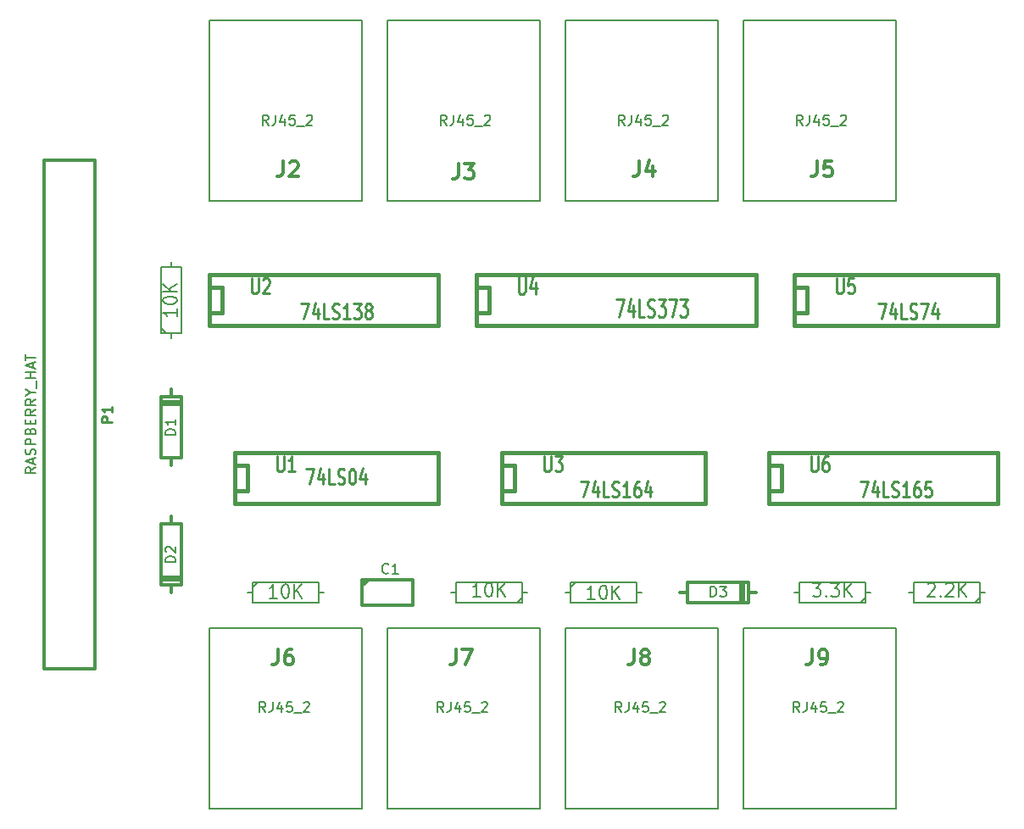
<source format=gto>
G04 (created by PCBNEW (22-Jun-2014 BZR 4027)-stable) date Paz 19 Nis 2020 21:47:35 +03*
%MOIN*%
G04 Gerber Fmt 3.4, Leading zero omitted, Abs format*
%FSLAX34Y34*%
G01*
G70*
G90*
G04 APERTURE LIST*
%ADD10C,0.00590551*%
%ADD11C,0.005*%
%ADD12C,0.008*%
%ADD13C,0.012*%
%ADD14C,0.015*%
%ADD15C,0.01*%
%ADD16C,0.0108*%
%ADD17C,0.01125*%
G04 APERTURE END LIST*
G54D10*
G54D11*
X34000Y-12600D02*
X40000Y-12600D01*
X40000Y-12600D02*
X40000Y-5500D01*
X40000Y-5500D02*
X34000Y-5500D01*
X34000Y-5500D02*
X34000Y-12600D01*
X27000Y-12600D02*
X33000Y-12600D01*
X33000Y-12600D02*
X33000Y-5500D01*
X33000Y-5500D02*
X27000Y-5500D01*
X27000Y-5500D02*
X27000Y-12600D01*
X20000Y-12600D02*
X26000Y-12600D01*
X26000Y-12600D02*
X26000Y-5500D01*
X26000Y-5500D02*
X20000Y-5500D01*
X20000Y-5500D02*
X20000Y-12600D01*
X13000Y-12600D02*
X19000Y-12600D01*
X19000Y-12600D02*
X19000Y-5500D01*
X19000Y-5500D02*
X13000Y-5500D01*
X13000Y-5500D02*
X13000Y-12600D01*
G54D12*
X11500Y-18000D02*
X11500Y-17800D01*
X11500Y-15000D02*
X11500Y-15200D01*
X11500Y-15200D02*
X11100Y-15200D01*
X11100Y-15200D02*
X11100Y-17800D01*
X11100Y-17800D02*
X11900Y-17800D01*
X11900Y-17800D02*
X11900Y-15200D01*
X11900Y-15200D02*
X11500Y-15200D01*
X11300Y-17800D02*
X11100Y-17600D01*
X39000Y-28000D02*
X38800Y-28000D01*
X36000Y-28000D02*
X36200Y-28000D01*
X36200Y-28000D02*
X36200Y-28400D01*
X36200Y-28400D02*
X38800Y-28400D01*
X38800Y-28400D02*
X38800Y-27600D01*
X38800Y-27600D02*
X36200Y-27600D01*
X36200Y-27600D02*
X36200Y-28000D01*
X38800Y-28200D02*
X38600Y-28400D01*
X43500Y-28000D02*
X43300Y-28000D01*
X40500Y-28000D02*
X40700Y-28000D01*
X40700Y-28000D02*
X40700Y-28400D01*
X40700Y-28400D02*
X43300Y-28400D01*
X43300Y-28400D02*
X43300Y-27600D01*
X43300Y-27600D02*
X40700Y-27600D01*
X40700Y-27600D02*
X40700Y-28000D01*
X43300Y-28200D02*
X43100Y-28400D01*
X27000Y-28000D02*
X27200Y-28000D01*
X30000Y-28000D02*
X29800Y-28000D01*
X29800Y-28000D02*
X29800Y-27600D01*
X29800Y-27600D02*
X27200Y-27600D01*
X27200Y-27600D02*
X27200Y-28400D01*
X27200Y-28400D02*
X29800Y-28400D01*
X29800Y-28400D02*
X29800Y-28000D01*
X27200Y-27800D02*
X27400Y-27600D01*
X14500Y-28000D02*
X14700Y-28000D01*
X17500Y-28000D02*
X17300Y-28000D01*
X17300Y-28000D02*
X17300Y-27600D01*
X17300Y-27600D02*
X14700Y-27600D01*
X14700Y-27600D02*
X14700Y-28400D01*
X14700Y-28400D02*
X17300Y-28400D01*
X17300Y-28400D02*
X17300Y-28000D01*
X14700Y-27800D02*
X14900Y-27600D01*
X25500Y-28000D02*
X25300Y-28000D01*
X22500Y-28000D02*
X22700Y-28000D01*
X22700Y-28000D02*
X22700Y-28400D01*
X22700Y-28400D02*
X25300Y-28400D01*
X25300Y-28400D02*
X25300Y-27600D01*
X25300Y-27600D02*
X22700Y-27600D01*
X22700Y-27600D02*
X22700Y-28000D01*
X25300Y-28200D02*
X25100Y-28400D01*
G54D13*
X6500Y-31000D02*
X6500Y-11000D01*
X8500Y-31000D02*
X8500Y-11000D01*
X8500Y-31000D02*
X6500Y-31000D01*
X8500Y-11000D02*
X6500Y-11000D01*
G54D14*
X23500Y-16000D02*
X24000Y-16000D01*
X24000Y-16000D02*
X24000Y-17000D01*
X24000Y-17000D02*
X23500Y-17000D01*
X23500Y-15500D02*
X34500Y-15500D01*
X34500Y-15500D02*
X34500Y-17500D01*
X34500Y-17500D02*
X23500Y-17500D01*
X23500Y-17500D02*
X23500Y-15500D01*
X35000Y-23000D02*
X35000Y-23000D01*
X35000Y-23000D02*
X35500Y-23000D01*
X35500Y-23000D02*
X35500Y-24000D01*
X35500Y-24000D02*
X35000Y-24000D01*
X35000Y-22500D02*
X44000Y-22500D01*
X44000Y-22500D02*
X44000Y-24500D01*
X44000Y-24500D02*
X35000Y-24500D01*
X35000Y-24500D02*
X35000Y-22500D01*
X13000Y-16000D02*
X13000Y-16000D01*
X13000Y-16000D02*
X13500Y-16000D01*
X13500Y-16000D02*
X13500Y-17000D01*
X13500Y-17000D02*
X13000Y-17000D01*
X13000Y-15500D02*
X22000Y-15500D01*
X22000Y-15500D02*
X22000Y-17500D01*
X22000Y-17500D02*
X13000Y-17500D01*
X13000Y-17500D02*
X13000Y-15500D01*
X36000Y-15500D02*
X44000Y-15500D01*
X44000Y-17500D02*
X36000Y-17500D01*
X36000Y-17500D02*
X36000Y-15500D01*
X36000Y-16000D02*
X36500Y-16000D01*
X36500Y-16000D02*
X36500Y-17000D01*
X36500Y-17000D02*
X36000Y-17000D01*
X44000Y-15500D02*
X44000Y-17500D01*
X24500Y-22500D02*
X32500Y-22500D01*
X32500Y-24500D02*
X24500Y-24500D01*
X24500Y-24500D02*
X24500Y-22500D01*
X24500Y-23000D02*
X25000Y-23000D01*
X25000Y-23000D02*
X25000Y-24000D01*
X25000Y-24000D02*
X24500Y-24000D01*
X32500Y-22500D02*
X32500Y-24500D01*
X14000Y-22500D02*
X22000Y-22500D01*
X22000Y-24500D02*
X14000Y-24500D01*
X14000Y-24500D02*
X14000Y-22500D01*
X14000Y-23000D02*
X14500Y-23000D01*
X14500Y-23000D02*
X14500Y-24000D01*
X14500Y-24000D02*
X14000Y-24000D01*
X22000Y-22500D02*
X22000Y-24500D01*
G54D13*
X11500Y-20000D02*
X11500Y-20300D01*
X11500Y-20300D02*
X11100Y-20300D01*
X11100Y-20300D02*
X11100Y-22700D01*
X11100Y-22700D02*
X11500Y-22700D01*
X11500Y-22700D02*
X11500Y-23000D01*
X11500Y-22700D02*
X11900Y-22700D01*
X11900Y-22700D02*
X11900Y-20300D01*
X11900Y-20300D02*
X11500Y-20300D01*
X11100Y-20500D02*
X11900Y-20500D01*
X11900Y-20600D02*
X11100Y-20600D01*
X11500Y-28000D02*
X11500Y-27700D01*
X11500Y-27700D02*
X11900Y-27700D01*
X11900Y-27700D02*
X11900Y-25300D01*
X11900Y-25300D02*
X11500Y-25300D01*
X11500Y-25300D02*
X11500Y-25000D01*
X11500Y-25300D02*
X11100Y-25300D01*
X11100Y-25300D02*
X11100Y-27700D01*
X11100Y-27700D02*
X11500Y-27700D01*
X11900Y-27500D02*
X11100Y-27500D01*
X11100Y-27400D02*
X11900Y-27400D01*
X34500Y-28000D02*
X34200Y-28000D01*
X34200Y-28000D02*
X34200Y-27600D01*
X34200Y-27600D02*
X31800Y-27600D01*
X31800Y-27600D02*
X31800Y-28000D01*
X31800Y-28000D02*
X31500Y-28000D01*
X31800Y-28000D02*
X31800Y-28400D01*
X31800Y-28400D02*
X34200Y-28400D01*
X34200Y-28400D02*
X34200Y-28000D01*
X34000Y-27600D02*
X34000Y-28400D01*
X33900Y-28400D02*
X33900Y-27600D01*
X19020Y-27500D02*
X21000Y-27500D01*
X21000Y-27500D02*
X21000Y-28500D01*
X21000Y-28500D02*
X19000Y-28500D01*
X19000Y-28500D02*
X19000Y-27500D01*
X19000Y-27750D02*
X19250Y-27500D01*
G54D11*
X40000Y-29400D02*
X34000Y-29400D01*
X34000Y-29400D02*
X34000Y-36500D01*
X34000Y-36500D02*
X40000Y-36500D01*
X40000Y-36500D02*
X40000Y-29400D01*
X33000Y-29400D02*
X27000Y-29400D01*
X27000Y-29400D02*
X27000Y-36500D01*
X27000Y-36500D02*
X33000Y-36500D01*
X33000Y-36500D02*
X33000Y-29400D01*
X26000Y-29400D02*
X20000Y-29400D01*
X20000Y-29400D02*
X20000Y-36500D01*
X20000Y-36500D02*
X26000Y-36500D01*
X26000Y-36500D02*
X26000Y-29400D01*
X19000Y-29400D02*
X13000Y-29400D01*
X13000Y-29400D02*
X13000Y-36500D01*
X13000Y-36500D02*
X19000Y-36500D01*
X19000Y-36500D02*
X19000Y-29400D01*
G54D13*
X36900Y-11042D02*
X36900Y-11471D01*
X36871Y-11557D01*
X36814Y-11614D01*
X36728Y-11642D01*
X36671Y-11642D01*
X37471Y-11042D02*
X37185Y-11042D01*
X37157Y-11328D01*
X37185Y-11300D01*
X37242Y-11271D01*
X37385Y-11271D01*
X37442Y-11300D01*
X37471Y-11328D01*
X37500Y-11385D01*
X37500Y-11528D01*
X37471Y-11585D01*
X37442Y-11614D01*
X37385Y-11642D01*
X37242Y-11642D01*
X37185Y-11614D01*
X37157Y-11585D01*
G54D12*
X36314Y-9619D02*
X36183Y-9431D01*
X36089Y-9619D02*
X36089Y-9225D01*
X36239Y-9225D01*
X36277Y-9244D01*
X36296Y-9263D01*
X36314Y-9300D01*
X36314Y-9356D01*
X36296Y-9394D01*
X36277Y-9413D01*
X36239Y-9431D01*
X36089Y-9431D01*
X36596Y-9225D02*
X36596Y-9506D01*
X36577Y-9563D01*
X36540Y-9600D01*
X36483Y-9619D01*
X36446Y-9619D01*
X36952Y-9356D02*
X36952Y-9619D01*
X36859Y-9206D02*
X36765Y-9488D01*
X37009Y-9488D01*
X37346Y-9225D02*
X37159Y-9225D01*
X37140Y-9413D01*
X37159Y-9394D01*
X37196Y-9375D01*
X37290Y-9375D01*
X37328Y-9394D01*
X37346Y-9413D01*
X37365Y-9450D01*
X37365Y-9544D01*
X37346Y-9581D01*
X37328Y-9600D01*
X37290Y-9619D01*
X37196Y-9619D01*
X37159Y-9600D01*
X37140Y-9581D01*
X37440Y-9657D02*
X37740Y-9657D01*
X37815Y-9263D02*
X37834Y-9244D01*
X37872Y-9225D01*
X37965Y-9225D01*
X38003Y-9244D01*
X38022Y-9263D01*
X38041Y-9300D01*
X38041Y-9338D01*
X38022Y-9394D01*
X37797Y-9619D01*
X38041Y-9619D01*
G54D13*
X29900Y-11042D02*
X29900Y-11471D01*
X29871Y-11557D01*
X29814Y-11614D01*
X29728Y-11642D01*
X29671Y-11642D01*
X30442Y-11242D02*
X30442Y-11642D01*
X30300Y-11014D02*
X30157Y-11442D01*
X30528Y-11442D01*
G54D12*
X29314Y-9619D02*
X29183Y-9431D01*
X29089Y-9619D02*
X29089Y-9225D01*
X29239Y-9225D01*
X29277Y-9244D01*
X29296Y-9263D01*
X29314Y-9300D01*
X29314Y-9356D01*
X29296Y-9394D01*
X29277Y-9413D01*
X29239Y-9431D01*
X29089Y-9431D01*
X29596Y-9225D02*
X29596Y-9506D01*
X29577Y-9563D01*
X29540Y-9600D01*
X29483Y-9619D01*
X29446Y-9619D01*
X29952Y-9356D02*
X29952Y-9619D01*
X29859Y-9206D02*
X29765Y-9488D01*
X30009Y-9488D01*
X30346Y-9225D02*
X30159Y-9225D01*
X30140Y-9413D01*
X30159Y-9394D01*
X30196Y-9375D01*
X30290Y-9375D01*
X30328Y-9394D01*
X30346Y-9413D01*
X30365Y-9450D01*
X30365Y-9544D01*
X30346Y-9581D01*
X30328Y-9600D01*
X30290Y-9619D01*
X30196Y-9619D01*
X30159Y-9600D01*
X30140Y-9581D01*
X30440Y-9657D02*
X30740Y-9657D01*
X30815Y-9263D02*
X30834Y-9244D01*
X30872Y-9225D01*
X30965Y-9225D01*
X31003Y-9244D01*
X31022Y-9263D01*
X31041Y-9300D01*
X31041Y-9338D01*
X31022Y-9394D01*
X30797Y-9619D01*
X31041Y-9619D01*
G54D13*
X22800Y-11142D02*
X22800Y-11571D01*
X22771Y-11657D01*
X22714Y-11714D01*
X22628Y-11742D01*
X22571Y-11742D01*
X23028Y-11142D02*
X23400Y-11142D01*
X23200Y-11371D01*
X23285Y-11371D01*
X23342Y-11400D01*
X23371Y-11428D01*
X23400Y-11485D01*
X23400Y-11628D01*
X23371Y-11685D01*
X23342Y-11714D01*
X23285Y-11742D01*
X23114Y-11742D01*
X23057Y-11714D01*
X23028Y-11685D01*
G54D12*
X22314Y-9619D02*
X22183Y-9431D01*
X22089Y-9619D02*
X22089Y-9225D01*
X22239Y-9225D01*
X22277Y-9244D01*
X22296Y-9263D01*
X22314Y-9300D01*
X22314Y-9356D01*
X22296Y-9394D01*
X22277Y-9413D01*
X22239Y-9431D01*
X22089Y-9431D01*
X22596Y-9225D02*
X22596Y-9506D01*
X22577Y-9563D01*
X22540Y-9600D01*
X22483Y-9619D01*
X22446Y-9619D01*
X22952Y-9356D02*
X22952Y-9619D01*
X22859Y-9206D02*
X22765Y-9488D01*
X23009Y-9488D01*
X23346Y-9225D02*
X23159Y-9225D01*
X23140Y-9413D01*
X23159Y-9394D01*
X23196Y-9375D01*
X23290Y-9375D01*
X23328Y-9394D01*
X23346Y-9413D01*
X23365Y-9450D01*
X23365Y-9544D01*
X23346Y-9581D01*
X23328Y-9600D01*
X23290Y-9619D01*
X23196Y-9619D01*
X23159Y-9600D01*
X23140Y-9581D01*
X23440Y-9657D02*
X23740Y-9657D01*
X23815Y-9263D02*
X23834Y-9244D01*
X23872Y-9225D01*
X23965Y-9225D01*
X24003Y-9244D01*
X24022Y-9263D01*
X24041Y-9300D01*
X24041Y-9338D01*
X24022Y-9394D01*
X23797Y-9619D01*
X24041Y-9619D01*
G54D13*
X15900Y-11042D02*
X15900Y-11471D01*
X15871Y-11557D01*
X15814Y-11614D01*
X15728Y-11642D01*
X15671Y-11642D01*
X16157Y-11100D02*
X16185Y-11071D01*
X16242Y-11042D01*
X16385Y-11042D01*
X16442Y-11071D01*
X16471Y-11100D01*
X16500Y-11157D01*
X16500Y-11214D01*
X16471Y-11300D01*
X16128Y-11642D01*
X16500Y-11642D01*
G54D12*
X15314Y-9619D02*
X15183Y-9431D01*
X15089Y-9619D02*
X15089Y-9225D01*
X15239Y-9225D01*
X15277Y-9244D01*
X15296Y-9263D01*
X15314Y-9300D01*
X15314Y-9356D01*
X15296Y-9394D01*
X15277Y-9413D01*
X15239Y-9431D01*
X15089Y-9431D01*
X15596Y-9225D02*
X15596Y-9506D01*
X15577Y-9563D01*
X15540Y-9600D01*
X15483Y-9619D01*
X15446Y-9619D01*
X15952Y-9356D02*
X15952Y-9619D01*
X15859Y-9206D02*
X15765Y-9488D01*
X16009Y-9488D01*
X16346Y-9225D02*
X16159Y-9225D01*
X16140Y-9413D01*
X16159Y-9394D01*
X16196Y-9375D01*
X16290Y-9375D01*
X16328Y-9394D01*
X16346Y-9413D01*
X16365Y-9450D01*
X16365Y-9544D01*
X16346Y-9581D01*
X16328Y-9600D01*
X16290Y-9619D01*
X16196Y-9619D01*
X16159Y-9600D01*
X16140Y-9581D01*
X16440Y-9657D02*
X16740Y-9657D01*
X16815Y-9263D02*
X16834Y-9244D01*
X16872Y-9225D01*
X16965Y-9225D01*
X17003Y-9244D01*
X17022Y-9263D01*
X17041Y-9300D01*
X17041Y-9338D01*
X17022Y-9394D01*
X16797Y-9619D01*
X17041Y-9619D01*
X11722Y-16845D02*
X11722Y-17130D01*
X11722Y-16988D02*
X11172Y-16988D01*
X11251Y-17035D01*
X11303Y-17083D01*
X11329Y-17130D01*
X11172Y-16535D02*
X11172Y-16488D01*
X11198Y-16440D01*
X11225Y-16416D01*
X11277Y-16392D01*
X11382Y-16369D01*
X11513Y-16369D01*
X11617Y-16392D01*
X11670Y-16416D01*
X11696Y-16440D01*
X11722Y-16488D01*
X11722Y-16535D01*
X11696Y-16583D01*
X11670Y-16607D01*
X11617Y-16630D01*
X11513Y-16654D01*
X11382Y-16654D01*
X11277Y-16630D01*
X11225Y-16607D01*
X11198Y-16583D01*
X11172Y-16535D01*
X11722Y-16154D02*
X11172Y-16154D01*
X11722Y-15869D02*
X11408Y-16083D01*
X11172Y-15869D02*
X11486Y-16154D01*
X36726Y-27622D02*
X37035Y-27622D01*
X36869Y-27832D01*
X36940Y-27832D01*
X36988Y-27858D01*
X37011Y-27884D01*
X37035Y-27936D01*
X37035Y-28067D01*
X37011Y-28120D01*
X36988Y-28146D01*
X36940Y-28172D01*
X36797Y-28172D01*
X36750Y-28146D01*
X36726Y-28120D01*
X37250Y-28120D02*
X37273Y-28146D01*
X37250Y-28172D01*
X37226Y-28146D01*
X37250Y-28120D01*
X37250Y-28172D01*
X37440Y-27622D02*
X37750Y-27622D01*
X37583Y-27832D01*
X37654Y-27832D01*
X37702Y-27858D01*
X37726Y-27884D01*
X37750Y-27936D01*
X37750Y-28067D01*
X37726Y-28120D01*
X37702Y-28146D01*
X37654Y-28172D01*
X37511Y-28172D01*
X37464Y-28146D01*
X37440Y-28120D01*
X37964Y-28172D02*
X37964Y-27622D01*
X38250Y-28172D02*
X38035Y-27858D01*
X38250Y-27622D02*
X37964Y-27936D01*
X41250Y-27675D02*
X41273Y-27648D01*
X41321Y-27622D01*
X41440Y-27622D01*
X41488Y-27648D01*
X41511Y-27675D01*
X41535Y-27727D01*
X41535Y-27779D01*
X41511Y-27858D01*
X41226Y-28172D01*
X41535Y-28172D01*
X41750Y-28120D02*
X41773Y-28146D01*
X41750Y-28172D01*
X41726Y-28146D01*
X41750Y-28120D01*
X41750Y-28172D01*
X41964Y-27675D02*
X41988Y-27648D01*
X42035Y-27622D01*
X42154Y-27622D01*
X42202Y-27648D01*
X42226Y-27675D01*
X42250Y-27727D01*
X42250Y-27779D01*
X42226Y-27858D01*
X41940Y-28172D01*
X42250Y-28172D01*
X42464Y-28172D02*
X42464Y-27622D01*
X42750Y-28172D02*
X42535Y-27858D01*
X42750Y-27622D02*
X42464Y-27936D01*
X28154Y-28272D02*
X27869Y-28272D01*
X28011Y-28272D02*
X28011Y-27722D01*
X27964Y-27801D01*
X27916Y-27853D01*
X27869Y-27879D01*
X28464Y-27722D02*
X28511Y-27722D01*
X28559Y-27748D01*
X28583Y-27775D01*
X28607Y-27827D01*
X28630Y-27932D01*
X28630Y-28063D01*
X28607Y-28167D01*
X28583Y-28220D01*
X28559Y-28246D01*
X28511Y-28272D01*
X28464Y-28272D01*
X28416Y-28246D01*
X28392Y-28220D01*
X28369Y-28167D01*
X28345Y-28063D01*
X28345Y-27932D01*
X28369Y-27827D01*
X28392Y-27775D01*
X28416Y-27748D01*
X28464Y-27722D01*
X28845Y-28272D02*
X28845Y-27722D01*
X29130Y-28272D02*
X28916Y-27958D01*
X29130Y-27722D02*
X28845Y-28036D01*
X15654Y-28222D02*
X15369Y-28222D01*
X15511Y-28222D02*
X15511Y-27672D01*
X15464Y-27751D01*
X15416Y-27803D01*
X15369Y-27829D01*
X15964Y-27672D02*
X16011Y-27672D01*
X16059Y-27698D01*
X16083Y-27725D01*
X16107Y-27777D01*
X16130Y-27882D01*
X16130Y-28013D01*
X16107Y-28117D01*
X16083Y-28170D01*
X16059Y-28196D01*
X16011Y-28222D01*
X15964Y-28222D01*
X15916Y-28196D01*
X15892Y-28170D01*
X15869Y-28117D01*
X15845Y-28013D01*
X15845Y-27882D01*
X15869Y-27777D01*
X15892Y-27725D01*
X15916Y-27698D01*
X15964Y-27672D01*
X16345Y-28222D02*
X16345Y-27672D01*
X16630Y-28222D02*
X16416Y-27908D01*
X16630Y-27672D02*
X16345Y-27986D01*
X23654Y-28172D02*
X23369Y-28172D01*
X23511Y-28172D02*
X23511Y-27622D01*
X23464Y-27701D01*
X23416Y-27753D01*
X23369Y-27779D01*
X23964Y-27622D02*
X24011Y-27622D01*
X24059Y-27648D01*
X24083Y-27675D01*
X24107Y-27727D01*
X24130Y-27832D01*
X24130Y-27963D01*
X24107Y-28067D01*
X24083Y-28120D01*
X24059Y-28146D01*
X24011Y-28172D01*
X23964Y-28172D01*
X23916Y-28146D01*
X23892Y-28120D01*
X23869Y-28067D01*
X23845Y-27963D01*
X23845Y-27832D01*
X23869Y-27727D01*
X23892Y-27675D01*
X23916Y-27648D01*
X23964Y-27622D01*
X24345Y-28172D02*
X24345Y-27622D01*
X24630Y-28172D02*
X24416Y-27858D01*
X24630Y-27622D02*
X24345Y-27936D01*
G54D15*
X9161Y-21295D02*
X8761Y-21295D01*
X8761Y-21142D01*
X8780Y-21104D01*
X8800Y-21085D01*
X8838Y-21066D01*
X8895Y-21066D01*
X8933Y-21085D01*
X8952Y-21104D01*
X8971Y-21142D01*
X8971Y-21295D01*
X9161Y-20685D02*
X9161Y-20914D01*
X9161Y-20799D02*
X8761Y-20799D01*
X8819Y-20838D01*
X8857Y-20876D01*
X8876Y-20914D01*
G54D16*
G54D12*
X6161Y-23076D02*
X5971Y-23209D01*
X6161Y-23304D02*
X5761Y-23304D01*
X5761Y-23152D01*
X5780Y-23114D01*
X5800Y-23095D01*
X5838Y-23076D01*
X5895Y-23076D01*
X5933Y-23095D01*
X5952Y-23114D01*
X5971Y-23152D01*
X5971Y-23304D01*
X6047Y-22923D02*
X6047Y-22733D01*
X6161Y-22961D02*
X5761Y-22828D01*
X6161Y-22695D01*
X6142Y-22580D02*
X6161Y-22523D01*
X6161Y-22428D01*
X6142Y-22390D01*
X6123Y-22371D01*
X6085Y-22352D01*
X6047Y-22352D01*
X6009Y-22371D01*
X5990Y-22390D01*
X5971Y-22428D01*
X5952Y-22504D01*
X5933Y-22542D01*
X5914Y-22561D01*
X5876Y-22580D01*
X5838Y-22580D01*
X5800Y-22561D01*
X5780Y-22542D01*
X5761Y-22504D01*
X5761Y-22409D01*
X5780Y-22352D01*
X6161Y-22180D02*
X5761Y-22180D01*
X5761Y-22028D01*
X5780Y-21990D01*
X5800Y-21971D01*
X5838Y-21952D01*
X5895Y-21952D01*
X5933Y-21971D01*
X5952Y-21990D01*
X5971Y-22028D01*
X5971Y-22180D01*
X5952Y-21647D02*
X5971Y-21590D01*
X5990Y-21571D01*
X6028Y-21552D01*
X6085Y-21552D01*
X6123Y-21571D01*
X6142Y-21590D01*
X6161Y-21628D01*
X6161Y-21780D01*
X5761Y-21780D01*
X5761Y-21647D01*
X5780Y-21609D01*
X5800Y-21590D01*
X5838Y-21571D01*
X5876Y-21571D01*
X5914Y-21590D01*
X5933Y-21609D01*
X5952Y-21647D01*
X5952Y-21780D01*
X5952Y-21380D02*
X5952Y-21247D01*
X6161Y-21190D02*
X6161Y-21380D01*
X5761Y-21380D01*
X5761Y-21190D01*
X6161Y-20790D02*
X5971Y-20923D01*
X6161Y-21019D02*
X5761Y-21019D01*
X5761Y-20866D01*
X5780Y-20828D01*
X5800Y-20809D01*
X5838Y-20790D01*
X5895Y-20790D01*
X5933Y-20809D01*
X5952Y-20828D01*
X5971Y-20866D01*
X5971Y-21019D01*
X6161Y-20390D02*
X5971Y-20523D01*
X6161Y-20619D02*
X5761Y-20619D01*
X5761Y-20466D01*
X5780Y-20428D01*
X5800Y-20409D01*
X5838Y-20390D01*
X5895Y-20390D01*
X5933Y-20409D01*
X5952Y-20428D01*
X5971Y-20466D01*
X5971Y-20619D01*
X5971Y-20142D02*
X6161Y-20142D01*
X5761Y-20276D02*
X5971Y-20142D01*
X5761Y-20009D01*
X6200Y-19971D02*
X6200Y-19666D01*
X6161Y-19571D02*
X5761Y-19571D01*
X5952Y-19571D02*
X5952Y-19342D01*
X6161Y-19342D02*
X5761Y-19342D01*
X6047Y-19171D02*
X6047Y-18980D01*
X6161Y-19209D02*
X5761Y-19076D01*
X6161Y-18942D01*
X5761Y-18866D02*
X5761Y-18638D01*
X6161Y-18752D02*
X5761Y-18752D01*
G54D17*
X25157Y-15583D02*
X25157Y-16150D01*
X25178Y-16216D01*
X25200Y-16250D01*
X25242Y-16283D01*
X25328Y-16283D01*
X25371Y-16250D01*
X25392Y-16216D01*
X25414Y-16150D01*
X25414Y-15583D01*
X25821Y-15816D02*
X25821Y-16283D01*
X25714Y-15550D02*
X25607Y-16050D01*
X25885Y-16050D01*
G54D13*
G54D17*
X28996Y-16483D02*
X29296Y-16483D01*
X29103Y-17183D01*
X29660Y-16716D02*
X29660Y-17183D01*
X29553Y-16450D02*
X29446Y-16950D01*
X29725Y-16950D01*
X30110Y-17183D02*
X29896Y-17183D01*
X29896Y-16483D01*
X30239Y-17150D02*
X30303Y-17183D01*
X30410Y-17183D01*
X30453Y-17150D01*
X30475Y-17116D01*
X30496Y-17050D01*
X30496Y-16983D01*
X30475Y-16916D01*
X30453Y-16883D01*
X30410Y-16850D01*
X30325Y-16816D01*
X30282Y-16783D01*
X30260Y-16750D01*
X30239Y-16683D01*
X30239Y-16616D01*
X30260Y-16550D01*
X30282Y-16516D01*
X30325Y-16483D01*
X30432Y-16483D01*
X30496Y-16516D01*
X30646Y-16483D02*
X30925Y-16483D01*
X30775Y-16750D01*
X30839Y-16750D01*
X30882Y-16783D01*
X30903Y-16816D01*
X30925Y-16883D01*
X30925Y-17050D01*
X30903Y-17116D01*
X30882Y-17150D01*
X30839Y-17183D01*
X30710Y-17183D01*
X30667Y-17150D01*
X30646Y-17116D01*
X31075Y-16483D02*
X31375Y-16483D01*
X31182Y-17183D01*
X31503Y-16483D02*
X31782Y-16483D01*
X31632Y-16750D01*
X31696Y-16750D01*
X31739Y-16783D01*
X31760Y-16816D01*
X31782Y-16883D01*
X31782Y-17050D01*
X31760Y-17116D01*
X31739Y-17150D01*
X31696Y-17183D01*
X31567Y-17183D01*
X31524Y-17150D01*
X31503Y-17116D01*
G54D13*
G54D17*
X36657Y-22642D02*
X36657Y-23128D01*
X36678Y-23185D01*
X36700Y-23214D01*
X36742Y-23242D01*
X36828Y-23242D01*
X36871Y-23214D01*
X36892Y-23185D01*
X36914Y-23128D01*
X36914Y-22642D01*
X37321Y-22642D02*
X37235Y-22642D01*
X37192Y-22671D01*
X37171Y-22700D01*
X37128Y-22785D01*
X37107Y-22900D01*
X37107Y-23128D01*
X37128Y-23185D01*
X37150Y-23214D01*
X37192Y-23242D01*
X37278Y-23242D01*
X37321Y-23214D01*
X37342Y-23185D01*
X37364Y-23128D01*
X37364Y-22985D01*
X37342Y-22928D01*
X37321Y-22900D01*
X37278Y-22871D01*
X37192Y-22871D01*
X37150Y-22900D01*
X37128Y-22928D01*
X37107Y-22985D01*
G54D13*
G54D17*
X38596Y-23642D02*
X38896Y-23642D01*
X38703Y-24242D01*
X39260Y-23842D02*
X39260Y-24242D01*
X39153Y-23614D02*
X39046Y-24042D01*
X39325Y-24042D01*
X39710Y-24242D02*
X39496Y-24242D01*
X39496Y-23642D01*
X39839Y-24214D02*
X39903Y-24242D01*
X40010Y-24242D01*
X40053Y-24214D01*
X40075Y-24185D01*
X40096Y-24128D01*
X40096Y-24071D01*
X40075Y-24014D01*
X40053Y-23985D01*
X40010Y-23957D01*
X39925Y-23928D01*
X39882Y-23900D01*
X39860Y-23871D01*
X39839Y-23814D01*
X39839Y-23757D01*
X39860Y-23700D01*
X39882Y-23671D01*
X39925Y-23642D01*
X40032Y-23642D01*
X40096Y-23671D01*
X40525Y-24242D02*
X40267Y-24242D01*
X40396Y-24242D02*
X40396Y-23642D01*
X40353Y-23728D01*
X40310Y-23785D01*
X40267Y-23814D01*
X40910Y-23642D02*
X40825Y-23642D01*
X40782Y-23671D01*
X40760Y-23700D01*
X40717Y-23785D01*
X40696Y-23900D01*
X40696Y-24128D01*
X40717Y-24185D01*
X40739Y-24214D01*
X40782Y-24242D01*
X40867Y-24242D01*
X40910Y-24214D01*
X40932Y-24185D01*
X40953Y-24128D01*
X40953Y-23985D01*
X40932Y-23928D01*
X40910Y-23900D01*
X40867Y-23871D01*
X40782Y-23871D01*
X40739Y-23900D01*
X40717Y-23928D01*
X40696Y-23985D01*
X41360Y-23642D02*
X41146Y-23642D01*
X41124Y-23928D01*
X41146Y-23900D01*
X41189Y-23871D01*
X41296Y-23871D01*
X41339Y-23900D01*
X41360Y-23928D01*
X41382Y-23985D01*
X41382Y-24128D01*
X41360Y-24185D01*
X41339Y-24214D01*
X41296Y-24242D01*
X41189Y-24242D01*
X41146Y-24214D01*
X41124Y-24185D01*
G54D13*
G54D17*
X14657Y-15642D02*
X14657Y-16128D01*
X14678Y-16185D01*
X14700Y-16214D01*
X14742Y-16242D01*
X14828Y-16242D01*
X14871Y-16214D01*
X14892Y-16185D01*
X14914Y-16128D01*
X14914Y-15642D01*
X15107Y-15700D02*
X15128Y-15671D01*
X15171Y-15642D01*
X15278Y-15642D01*
X15321Y-15671D01*
X15342Y-15700D01*
X15364Y-15757D01*
X15364Y-15814D01*
X15342Y-15900D01*
X15085Y-16242D01*
X15364Y-16242D01*
G54D13*
G54D17*
X16596Y-16642D02*
X16896Y-16642D01*
X16703Y-17242D01*
X17260Y-16842D02*
X17260Y-17242D01*
X17153Y-16614D02*
X17046Y-17042D01*
X17325Y-17042D01*
X17710Y-17242D02*
X17496Y-17242D01*
X17496Y-16642D01*
X17839Y-17214D02*
X17903Y-17242D01*
X18010Y-17242D01*
X18053Y-17214D01*
X18075Y-17185D01*
X18096Y-17128D01*
X18096Y-17071D01*
X18075Y-17014D01*
X18053Y-16985D01*
X18010Y-16957D01*
X17925Y-16928D01*
X17882Y-16900D01*
X17860Y-16871D01*
X17839Y-16814D01*
X17839Y-16757D01*
X17860Y-16700D01*
X17882Y-16671D01*
X17925Y-16642D01*
X18032Y-16642D01*
X18096Y-16671D01*
X18525Y-17242D02*
X18267Y-17242D01*
X18396Y-17242D02*
X18396Y-16642D01*
X18353Y-16728D01*
X18310Y-16785D01*
X18267Y-16814D01*
X18675Y-16642D02*
X18953Y-16642D01*
X18803Y-16871D01*
X18867Y-16871D01*
X18910Y-16900D01*
X18932Y-16928D01*
X18953Y-16985D01*
X18953Y-17128D01*
X18932Y-17185D01*
X18910Y-17214D01*
X18867Y-17242D01*
X18739Y-17242D01*
X18696Y-17214D01*
X18675Y-17185D01*
X19210Y-16900D02*
X19167Y-16871D01*
X19146Y-16842D01*
X19124Y-16785D01*
X19124Y-16757D01*
X19146Y-16700D01*
X19167Y-16671D01*
X19210Y-16642D01*
X19296Y-16642D01*
X19339Y-16671D01*
X19360Y-16700D01*
X19382Y-16757D01*
X19382Y-16785D01*
X19360Y-16842D01*
X19339Y-16871D01*
X19296Y-16900D01*
X19210Y-16900D01*
X19167Y-16928D01*
X19146Y-16957D01*
X19124Y-17014D01*
X19124Y-17128D01*
X19146Y-17185D01*
X19167Y-17214D01*
X19210Y-17242D01*
X19296Y-17242D01*
X19339Y-17214D01*
X19360Y-17185D01*
X19382Y-17128D01*
X19382Y-17014D01*
X19360Y-16957D01*
X19339Y-16928D01*
X19296Y-16900D01*
G54D13*
G54D17*
X37657Y-15642D02*
X37657Y-16128D01*
X37678Y-16185D01*
X37700Y-16214D01*
X37742Y-16242D01*
X37828Y-16242D01*
X37871Y-16214D01*
X37892Y-16185D01*
X37914Y-16128D01*
X37914Y-15642D01*
X38342Y-15642D02*
X38128Y-15642D01*
X38107Y-15928D01*
X38128Y-15900D01*
X38171Y-15871D01*
X38278Y-15871D01*
X38321Y-15900D01*
X38342Y-15928D01*
X38364Y-15985D01*
X38364Y-16128D01*
X38342Y-16185D01*
X38321Y-16214D01*
X38278Y-16242D01*
X38171Y-16242D01*
X38128Y-16214D01*
X38107Y-16185D01*
G54D13*
G54D17*
X39310Y-16642D02*
X39610Y-16642D01*
X39417Y-17242D01*
X39975Y-16842D02*
X39975Y-17242D01*
X39867Y-16614D02*
X39760Y-17042D01*
X40039Y-17042D01*
X40425Y-17242D02*
X40210Y-17242D01*
X40210Y-16642D01*
X40553Y-17214D02*
X40617Y-17242D01*
X40725Y-17242D01*
X40767Y-17214D01*
X40789Y-17185D01*
X40810Y-17128D01*
X40810Y-17071D01*
X40789Y-17014D01*
X40767Y-16985D01*
X40725Y-16957D01*
X40639Y-16928D01*
X40596Y-16900D01*
X40575Y-16871D01*
X40553Y-16814D01*
X40553Y-16757D01*
X40575Y-16700D01*
X40596Y-16671D01*
X40639Y-16642D01*
X40746Y-16642D01*
X40810Y-16671D01*
X40960Y-16642D02*
X41260Y-16642D01*
X41067Y-17242D01*
X41625Y-16842D02*
X41625Y-17242D01*
X41517Y-16614D02*
X41410Y-17042D01*
X41689Y-17042D01*
G54D13*
G54D17*
X26157Y-22642D02*
X26157Y-23128D01*
X26178Y-23185D01*
X26200Y-23214D01*
X26242Y-23242D01*
X26328Y-23242D01*
X26371Y-23214D01*
X26392Y-23185D01*
X26414Y-23128D01*
X26414Y-22642D01*
X26585Y-22642D02*
X26864Y-22642D01*
X26714Y-22871D01*
X26778Y-22871D01*
X26821Y-22900D01*
X26842Y-22928D01*
X26864Y-22985D01*
X26864Y-23128D01*
X26842Y-23185D01*
X26821Y-23214D01*
X26778Y-23242D01*
X26650Y-23242D01*
X26607Y-23214D01*
X26585Y-23185D01*
G54D13*
G54D17*
X27596Y-23642D02*
X27896Y-23642D01*
X27703Y-24242D01*
X28260Y-23842D02*
X28260Y-24242D01*
X28153Y-23614D02*
X28046Y-24042D01*
X28325Y-24042D01*
X28710Y-24242D02*
X28496Y-24242D01*
X28496Y-23642D01*
X28839Y-24214D02*
X28903Y-24242D01*
X29010Y-24242D01*
X29053Y-24214D01*
X29075Y-24185D01*
X29096Y-24128D01*
X29096Y-24071D01*
X29075Y-24014D01*
X29053Y-23985D01*
X29010Y-23957D01*
X28925Y-23928D01*
X28882Y-23900D01*
X28860Y-23871D01*
X28839Y-23814D01*
X28839Y-23757D01*
X28860Y-23700D01*
X28882Y-23671D01*
X28925Y-23642D01*
X29032Y-23642D01*
X29096Y-23671D01*
X29525Y-24242D02*
X29267Y-24242D01*
X29396Y-24242D02*
X29396Y-23642D01*
X29353Y-23728D01*
X29310Y-23785D01*
X29267Y-23814D01*
X29910Y-23642D02*
X29825Y-23642D01*
X29782Y-23671D01*
X29760Y-23700D01*
X29717Y-23785D01*
X29696Y-23900D01*
X29696Y-24128D01*
X29717Y-24185D01*
X29739Y-24214D01*
X29782Y-24242D01*
X29867Y-24242D01*
X29910Y-24214D01*
X29932Y-24185D01*
X29953Y-24128D01*
X29953Y-23985D01*
X29932Y-23928D01*
X29910Y-23900D01*
X29867Y-23871D01*
X29782Y-23871D01*
X29739Y-23900D01*
X29717Y-23928D01*
X29696Y-23985D01*
X30339Y-23842D02*
X30339Y-24242D01*
X30232Y-23614D02*
X30124Y-24042D01*
X30403Y-24042D01*
G54D13*
G54D17*
X15657Y-22642D02*
X15657Y-23128D01*
X15678Y-23185D01*
X15700Y-23214D01*
X15742Y-23242D01*
X15828Y-23242D01*
X15871Y-23214D01*
X15892Y-23185D01*
X15914Y-23128D01*
X15914Y-22642D01*
X16364Y-23242D02*
X16107Y-23242D01*
X16235Y-23242D02*
X16235Y-22642D01*
X16192Y-22728D01*
X16150Y-22785D01*
X16107Y-22814D01*
G54D13*
G54D17*
X16810Y-23142D02*
X17110Y-23142D01*
X16917Y-23742D01*
X17475Y-23342D02*
X17475Y-23742D01*
X17367Y-23114D02*
X17260Y-23542D01*
X17539Y-23542D01*
X17925Y-23742D02*
X17710Y-23742D01*
X17710Y-23142D01*
X18053Y-23714D02*
X18117Y-23742D01*
X18225Y-23742D01*
X18267Y-23714D01*
X18289Y-23685D01*
X18310Y-23628D01*
X18310Y-23571D01*
X18289Y-23514D01*
X18267Y-23485D01*
X18225Y-23457D01*
X18139Y-23428D01*
X18096Y-23400D01*
X18075Y-23371D01*
X18053Y-23314D01*
X18053Y-23257D01*
X18075Y-23200D01*
X18096Y-23171D01*
X18139Y-23142D01*
X18246Y-23142D01*
X18310Y-23171D01*
X18589Y-23142D02*
X18632Y-23142D01*
X18675Y-23171D01*
X18696Y-23200D01*
X18717Y-23257D01*
X18739Y-23371D01*
X18739Y-23514D01*
X18717Y-23628D01*
X18696Y-23685D01*
X18675Y-23714D01*
X18632Y-23742D01*
X18589Y-23742D01*
X18546Y-23714D01*
X18525Y-23685D01*
X18503Y-23628D01*
X18482Y-23514D01*
X18482Y-23371D01*
X18503Y-23257D01*
X18525Y-23200D01*
X18546Y-23171D01*
X18589Y-23142D01*
X19125Y-23342D02*
X19125Y-23742D01*
X19017Y-23114D02*
X18910Y-23542D01*
X19189Y-23542D01*
G54D13*
G54D12*
X11661Y-21795D02*
X11261Y-21795D01*
X11261Y-21699D01*
X11280Y-21642D01*
X11319Y-21604D01*
X11357Y-21585D01*
X11433Y-21566D01*
X11490Y-21566D01*
X11566Y-21585D01*
X11604Y-21604D01*
X11642Y-21642D01*
X11661Y-21699D01*
X11661Y-21795D01*
X11661Y-21185D02*
X11661Y-21414D01*
X11661Y-21299D02*
X11261Y-21299D01*
X11319Y-21338D01*
X11357Y-21376D01*
X11376Y-21414D01*
X11661Y-26795D02*
X11261Y-26795D01*
X11261Y-26699D01*
X11280Y-26642D01*
X11319Y-26604D01*
X11357Y-26585D01*
X11433Y-26566D01*
X11490Y-26566D01*
X11566Y-26585D01*
X11604Y-26604D01*
X11642Y-26642D01*
X11661Y-26699D01*
X11661Y-26795D01*
X11300Y-26414D02*
X11280Y-26395D01*
X11261Y-26357D01*
X11261Y-26261D01*
X11280Y-26223D01*
X11300Y-26204D01*
X11338Y-26185D01*
X11376Y-26185D01*
X11433Y-26204D01*
X11661Y-26433D01*
X11661Y-26185D01*
X32704Y-28161D02*
X32704Y-27761D01*
X32800Y-27761D01*
X32857Y-27780D01*
X32895Y-27819D01*
X32914Y-27857D01*
X32933Y-27933D01*
X32933Y-27990D01*
X32914Y-28066D01*
X32895Y-28104D01*
X32857Y-28142D01*
X32800Y-28161D01*
X32704Y-28161D01*
X33066Y-27761D02*
X33314Y-27761D01*
X33180Y-27914D01*
X33238Y-27914D01*
X33276Y-27933D01*
X33295Y-27952D01*
X33314Y-27990D01*
X33314Y-28085D01*
X33295Y-28123D01*
X33276Y-28142D01*
X33238Y-28161D01*
X33123Y-28161D01*
X33085Y-28142D01*
X33066Y-28123D01*
X20033Y-27223D02*
X20014Y-27242D01*
X19957Y-27261D01*
X19919Y-27261D01*
X19861Y-27242D01*
X19823Y-27204D01*
X19804Y-27166D01*
X19785Y-27090D01*
X19785Y-27033D01*
X19804Y-26957D01*
X19823Y-26919D01*
X19861Y-26880D01*
X19919Y-26861D01*
X19957Y-26861D01*
X20014Y-26880D01*
X20033Y-26900D01*
X20414Y-27261D02*
X20185Y-27261D01*
X20300Y-27261D02*
X20300Y-26861D01*
X20261Y-26919D01*
X20223Y-26957D01*
X20185Y-26976D01*
G54D13*
X36700Y-30242D02*
X36700Y-30671D01*
X36671Y-30757D01*
X36614Y-30814D01*
X36528Y-30842D01*
X36471Y-30842D01*
X37014Y-30842D02*
X37128Y-30842D01*
X37185Y-30814D01*
X37214Y-30785D01*
X37271Y-30700D01*
X37300Y-30585D01*
X37300Y-30357D01*
X37271Y-30300D01*
X37242Y-30271D01*
X37185Y-30242D01*
X37071Y-30242D01*
X37014Y-30271D01*
X36985Y-30300D01*
X36957Y-30357D01*
X36957Y-30500D01*
X36985Y-30557D01*
X37014Y-30585D01*
X37071Y-30614D01*
X37185Y-30614D01*
X37242Y-30585D01*
X37271Y-30557D01*
X37300Y-30500D01*
G54D12*
X36202Y-32699D02*
X36071Y-32511D01*
X35977Y-32699D02*
X35977Y-32305D01*
X36127Y-32305D01*
X36165Y-32324D01*
X36184Y-32343D01*
X36202Y-32380D01*
X36202Y-32436D01*
X36184Y-32474D01*
X36165Y-32493D01*
X36127Y-32511D01*
X35977Y-32511D01*
X36484Y-32305D02*
X36484Y-32586D01*
X36465Y-32643D01*
X36428Y-32680D01*
X36371Y-32699D01*
X36334Y-32699D01*
X36840Y-32436D02*
X36840Y-32699D01*
X36747Y-32286D02*
X36653Y-32568D01*
X36897Y-32568D01*
X37234Y-32305D02*
X37047Y-32305D01*
X37028Y-32493D01*
X37047Y-32474D01*
X37084Y-32455D01*
X37178Y-32455D01*
X37216Y-32474D01*
X37234Y-32493D01*
X37253Y-32530D01*
X37253Y-32624D01*
X37234Y-32661D01*
X37216Y-32680D01*
X37178Y-32699D01*
X37084Y-32699D01*
X37047Y-32680D01*
X37028Y-32661D01*
X37328Y-32737D02*
X37628Y-32737D01*
X37703Y-32343D02*
X37722Y-32324D01*
X37760Y-32305D01*
X37853Y-32305D01*
X37891Y-32324D01*
X37910Y-32343D01*
X37929Y-32380D01*
X37929Y-32418D01*
X37910Y-32474D01*
X37685Y-32699D01*
X37929Y-32699D01*
G54D13*
X29700Y-30242D02*
X29700Y-30671D01*
X29671Y-30757D01*
X29614Y-30814D01*
X29528Y-30842D01*
X29471Y-30842D01*
X30071Y-30500D02*
X30014Y-30471D01*
X29985Y-30442D01*
X29957Y-30385D01*
X29957Y-30357D01*
X29985Y-30300D01*
X30014Y-30271D01*
X30071Y-30242D01*
X30185Y-30242D01*
X30242Y-30271D01*
X30271Y-30300D01*
X30300Y-30357D01*
X30300Y-30385D01*
X30271Y-30442D01*
X30242Y-30471D01*
X30185Y-30500D01*
X30071Y-30500D01*
X30014Y-30528D01*
X29985Y-30557D01*
X29957Y-30614D01*
X29957Y-30728D01*
X29985Y-30785D01*
X30014Y-30814D01*
X30071Y-30842D01*
X30185Y-30842D01*
X30242Y-30814D01*
X30271Y-30785D01*
X30300Y-30728D01*
X30300Y-30614D01*
X30271Y-30557D01*
X30242Y-30528D01*
X30185Y-30500D01*
G54D12*
X29202Y-32699D02*
X29071Y-32511D01*
X28977Y-32699D02*
X28977Y-32305D01*
X29127Y-32305D01*
X29165Y-32324D01*
X29184Y-32343D01*
X29202Y-32380D01*
X29202Y-32436D01*
X29184Y-32474D01*
X29165Y-32493D01*
X29127Y-32511D01*
X28977Y-32511D01*
X29484Y-32305D02*
X29484Y-32586D01*
X29465Y-32643D01*
X29428Y-32680D01*
X29371Y-32699D01*
X29334Y-32699D01*
X29840Y-32436D02*
X29840Y-32699D01*
X29747Y-32286D02*
X29653Y-32568D01*
X29897Y-32568D01*
X30234Y-32305D02*
X30047Y-32305D01*
X30028Y-32493D01*
X30047Y-32474D01*
X30084Y-32455D01*
X30178Y-32455D01*
X30216Y-32474D01*
X30234Y-32493D01*
X30253Y-32530D01*
X30253Y-32624D01*
X30234Y-32661D01*
X30216Y-32680D01*
X30178Y-32699D01*
X30084Y-32699D01*
X30047Y-32680D01*
X30028Y-32661D01*
X30328Y-32737D02*
X30628Y-32737D01*
X30703Y-32343D02*
X30722Y-32324D01*
X30760Y-32305D01*
X30853Y-32305D01*
X30891Y-32324D01*
X30910Y-32343D01*
X30929Y-32380D01*
X30929Y-32418D01*
X30910Y-32474D01*
X30685Y-32699D01*
X30929Y-32699D01*
G54D13*
X22700Y-30242D02*
X22700Y-30671D01*
X22671Y-30757D01*
X22614Y-30814D01*
X22528Y-30842D01*
X22471Y-30842D01*
X22928Y-30242D02*
X23328Y-30242D01*
X23071Y-30842D01*
G54D12*
X22202Y-32699D02*
X22071Y-32511D01*
X21977Y-32699D02*
X21977Y-32305D01*
X22127Y-32305D01*
X22165Y-32324D01*
X22184Y-32343D01*
X22202Y-32380D01*
X22202Y-32436D01*
X22184Y-32474D01*
X22165Y-32493D01*
X22127Y-32511D01*
X21977Y-32511D01*
X22484Y-32305D02*
X22484Y-32586D01*
X22465Y-32643D01*
X22428Y-32680D01*
X22371Y-32699D01*
X22334Y-32699D01*
X22840Y-32436D02*
X22840Y-32699D01*
X22747Y-32286D02*
X22653Y-32568D01*
X22897Y-32568D01*
X23234Y-32305D02*
X23047Y-32305D01*
X23028Y-32493D01*
X23047Y-32474D01*
X23084Y-32455D01*
X23178Y-32455D01*
X23216Y-32474D01*
X23234Y-32493D01*
X23253Y-32530D01*
X23253Y-32624D01*
X23234Y-32661D01*
X23216Y-32680D01*
X23178Y-32699D01*
X23084Y-32699D01*
X23047Y-32680D01*
X23028Y-32661D01*
X23328Y-32737D02*
X23628Y-32737D01*
X23703Y-32343D02*
X23722Y-32324D01*
X23760Y-32305D01*
X23853Y-32305D01*
X23891Y-32324D01*
X23910Y-32343D01*
X23929Y-32380D01*
X23929Y-32418D01*
X23910Y-32474D01*
X23685Y-32699D01*
X23929Y-32699D01*
G54D13*
X15700Y-30242D02*
X15700Y-30671D01*
X15671Y-30757D01*
X15614Y-30814D01*
X15528Y-30842D01*
X15471Y-30842D01*
X16242Y-30242D02*
X16128Y-30242D01*
X16071Y-30271D01*
X16042Y-30300D01*
X15985Y-30385D01*
X15957Y-30500D01*
X15957Y-30728D01*
X15985Y-30785D01*
X16014Y-30814D01*
X16071Y-30842D01*
X16185Y-30842D01*
X16242Y-30814D01*
X16271Y-30785D01*
X16300Y-30728D01*
X16300Y-30585D01*
X16271Y-30528D01*
X16242Y-30500D01*
X16185Y-30471D01*
X16071Y-30471D01*
X16014Y-30500D01*
X15985Y-30528D01*
X15957Y-30585D01*
G54D12*
X15202Y-32699D02*
X15071Y-32511D01*
X14977Y-32699D02*
X14977Y-32305D01*
X15127Y-32305D01*
X15165Y-32324D01*
X15184Y-32343D01*
X15202Y-32380D01*
X15202Y-32436D01*
X15184Y-32474D01*
X15165Y-32493D01*
X15127Y-32511D01*
X14977Y-32511D01*
X15484Y-32305D02*
X15484Y-32586D01*
X15465Y-32643D01*
X15428Y-32680D01*
X15371Y-32699D01*
X15334Y-32699D01*
X15840Y-32436D02*
X15840Y-32699D01*
X15747Y-32286D02*
X15653Y-32568D01*
X15897Y-32568D01*
X16234Y-32305D02*
X16047Y-32305D01*
X16028Y-32493D01*
X16047Y-32474D01*
X16084Y-32455D01*
X16178Y-32455D01*
X16216Y-32474D01*
X16234Y-32493D01*
X16253Y-32530D01*
X16253Y-32624D01*
X16234Y-32661D01*
X16216Y-32680D01*
X16178Y-32699D01*
X16084Y-32699D01*
X16047Y-32680D01*
X16028Y-32661D01*
X16328Y-32737D02*
X16628Y-32737D01*
X16703Y-32343D02*
X16722Y-32324D01*
X16760Y-32305D01*
X16853Y-32305D01*
X16891Y-32324D01*
X16910Y-32343D01*
X16929Y-32380D01*
X16929Y-32418D01*
X16910Y-32474D01*
X16685Y-32699D01*
X16929Y-32699D01*
M02*

</source>
